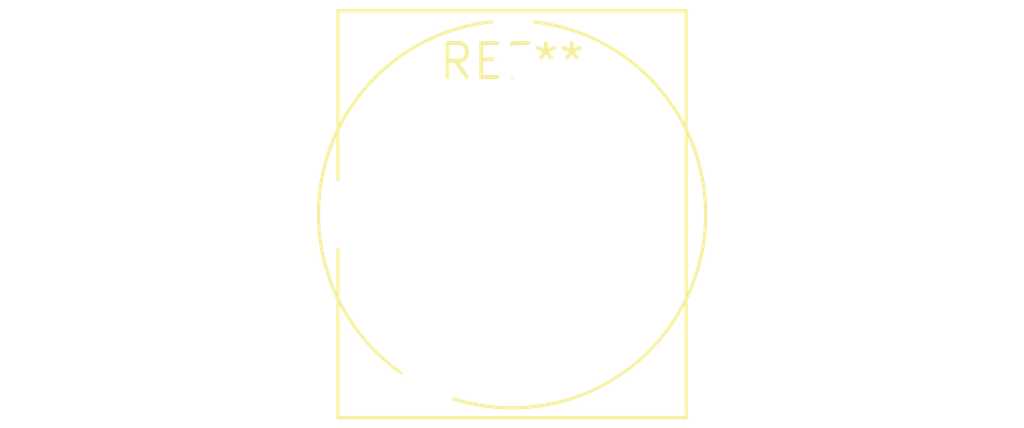
<source format=kicad_pcb>
(kicad_pcb (version 20240108) (generator pcbnew)
  (layers (0 "F.Cu" signal) (31 "B.Cu" signal) (34 "B.Paste" user) (35 "F.Paste" user) (36 "B.SilkS" user "B.Silkscreen") (37 "F.SilkS" user "F.Silkscreen") (38 "B.Mask" user) (39 "F.Mask" user) (44 "Edge.Cuts" user))
  (net 0 "")
  (footprint "Jack_6.35mm_Neutrik_NJ2FD-V_Vertical" (layer "F.Cu") (at 0 0)
    (property "Reference" "REF**")
    (property "Value" "Jack_6.35mm_Neutrik_NJ2FD-V_Vertical")
    (fp_line (start -6.52 -1.9) (end -6.52 4.42) (layer "F.SilkS") (stroke (width 0.12)))
    (fp_line (start -6.52 -1.9) (end 6.52 -1.9) (layer "F.SilkS") (stroke (width 0.12)))
    (fp_line (start -6.52 7.02) (end -6.52 13.34) (layer "F.SilkS") (stroke (width 0.12)))
    (fp_line (start -6.52 13.34) (end 6.52 13.34) (layer "F.SilkS") (stroke (width 0.12)))
    (fp_line (start 6.52 -1.9) (end 6.52 13.34) (layer "F.SilkS") (stroke (width 0.12)))
    (fp_arc (start -4.164153 11.6535) (mid -7.016062 3.897509) (end -0.75 -1.49) (layer "F.SilkS") (stroke (width 0.12)))
    (fp_arc (start 0.84109 -1.482824) (mid 7.089049 7.247578) (end -2.2 12.63) (layer "F.SilkS") (stroke (width 0.12)))
    (pad "" np_thru_hole circle (at -3.18 12.07 180) (size 1.6 1.6) (drill 1.6) (layers *.Cu *.Mask))
    (pad "" np_thru_hole circle (at 3.81 1.91 180) (size 2.1 2.1) (drill 2.1) (layers *.Cu *.Mask))
    (pad "S" thru_hole circle (at -5.08 5.72 180) (size 3.4 3.4) (drill 1.6) (layers *.Cu *.Mask) (remove_unused_layers))
    (pad "T" thru_hole circle (at 0 0 180) (size 3 3) (drill 1.2) (layers *.Cu *.Mask) (remove_unused_layers))
  )
)
</source>
